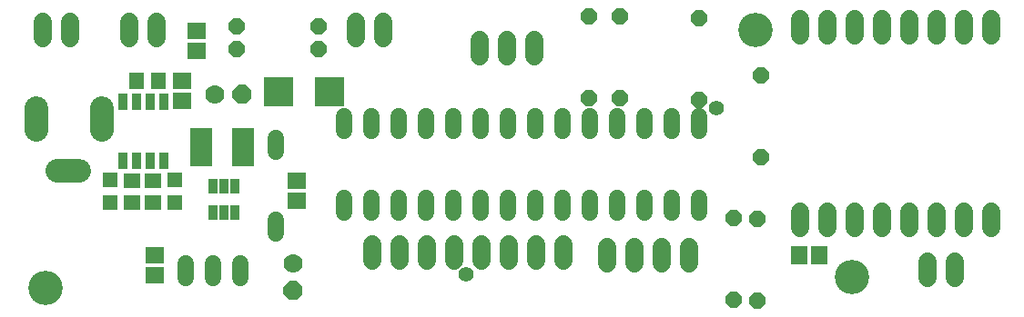
<source format=gbr>
G04 EAGLE Gerber RS-274X export*
G75*
%MOMM*%
%FSLAX34Y34*%
%LPD*%
%INSoldermask Bottom*%
%IPPOS*%
%AMOC8*
5,1,8,0,0,1.08239X$1,22.5*%
G01*
%ADD10C,3.203200*%
%ADD11C,2.203200*%
%ADD12C,1.727200*%
%ADD13P,1.649562X8X292.500000*%
%ADD14P,1.649562X8X22.500000*%
%ADD15C,1.524000*%
%ADD16R,2.103200X3.603200*%
%ADD17R,0.838200X1.473200*%
%ADD18P,1.924489X8X292.500000*%
%ADD19C,1.778000*%
%ADD20P,1.924489X8X22.500000*%
%ADD21R,1.803200X1.503200*%
%ADD22R,1.403200X1.403200*%
%ADD23R,1.503200X1.403200*%
%ADD24R,1.403200X1.503200*%
%ADD25R,1.703200X1.503200*%
%ADD26R,1.503200X1.703200*%
%ADD27P,1.649562X8X202.500000*%
%ADD28R,2.743200X2.743200*%
%ADD29P,1.649562X8X112.500000*%
%ADD30R,0.903200X1.503200*%
%ADD31C,1.409600*%


D10*
X3130000Y150000D03*
X3880000Y160000D03*
X3790000Y390000D03*
D11*
X3182200Y317400D02*
X3182200Y297400D01*
X3121200Y297400D02*
X3121200Y317400D01*
X3141200Y259400D02*
X3161200Y259400D01*
D12*
X4009100Y220620D02*
X4009100Y205380D01*
X3983700Y205380D02*
X3983700Y220620D01*
X3958300Y220620D02*
X3958300Y205380D01*
X3932900Y205380D02*
X3932900Y220620D01*
X3907500Y220620D02*
X3907500Y205380D01*
X3882100Y205380D02*
X3882100Y220620D01*
X3856700Y220620D02*
X3856700Y205380D01*
X3831300Y205380D02*
X3831300Y220620D01*
X4009100Y385380D02*
X4009100Y400620D01*
X3983700Y400620D02*
X3983700Y385380D01*
X3958300Y385380D02*
X3958300Y400620D01*
X3932900Y400620D02*
X3932900Y385380D01*
X3907500Y385380D02*
X3907500Y400620D01*
X3882100Y400620D02*
X3882100Y385380D01*
X3856700Y385380D02*
X3856700Y400620D01*
X3831300Y400620D02*
X3831300Y385380D01*
D13*
X3795510Y348109D03*
X3795510Y271909D03*
D14*
X3307400Y393900D03*
X3383600Y393900D03*
D15*
X3737900Y309704D02*
X3737900Y296496D01*
X3712500Y296496D02*
X3712500Y309704D01*
X3687100Y309704D02*
X3687100Y296496D01*
X3661700Y296496D02*
X3661700Y309704D01*
X3636300Y309704D02*
X3636300Y296496D01*
X3610900Y296496D02*
X3610900Y309704D01*
X3585500Y309704D02*
X3585500Y296496D01*
X3560100Y296496D02*
X3560100Y309704D01*
X3534700Y309704D02*
X3534700Y296496D01*
X3509300Y296496D02*
X3509300Y309704D01*
X3483900Y309704D02*
X3483900Y296496D01*
X3458500Y296496D02*
X3458500Y309704D01*
X3433100Y309704D02*
X3433100Y296496D01*
X3407700Y296496D02*
X3407700Y309704D01*
X3407700Y233504D02*
X3407700Y220296D01*
X3433100Y220296D02*
X3433100Y233504D01*
X3458500Y233504D02*
X3458500Y220296D01*
X3483900Y220296D02*
X3483900Y233504D01*
X3509300Y233504D02*
X3509300Y220296D01*
X3534700Y220296D02*
X3534700Y233504D01*
X3560100Y233504D02*
X3560100Y220296D01*
X3585500Y220296D02*
X3585500Y233504D01*
X3610900Y233504D02*
X3610900Y220296D01*
X3636300Y220296D02*
X3636300Y233504D01*
X3661700Y233504D02*
X3661700Y220296D01*
X3687100Y220296D02*
X3687100Y233504D01*
X3712500Y233504D02*
X3712500Y220296D01*
X3737900Y220296D02*
X3737900Y233504D01*
D16*
X3313500Y281400D03*
X3274500Y281400D03*
D17*
X3305800Y219800D03*
X3295800Y219800D03*
X3285800Y219800D03*
X3285800Y244800D03*
X3295800Y244800D03*
X3305800Y244800D03*
D18*
X3360000Y147300D03*
D19*
X3360000Y172700D03*
D20*
X3312700Y330000D03*
D19*
X3287300Y330000D03*
D15*
X3344300Y213604D02*
X3344300Y200396D01*
X3344300Y276596D02*
X3344300Y289804D01*
D21*
X3231800Y180800D03*
X3231800Y161800D03*
D22*
X3190000Y229500D03*
X3190000Y250500D03*
X3250000Y229500D03*
X3250000Y250500D03*
D23*
X3210000Y250160D03*
X3210000Y229840D03*
X3230000Y250160D03*
X3230000Y229840D03*
D24*
X3234660Y342900D03*
X3214340Y342900D03*
D25*
X3257100Y324100D03*
X3257100Y343100D03*
X3270100Y389700D03*
X3270100Y370700D03*
D26*
X3830500Y180000D03*
X3849500Y180000D03*
D25*
X3363200Y231100D03*
X3363200Y250100D03*
D13*
X3738100Y401200D03*
X3738100Y325000D03*
D27*
X3383400Y372300D03*
X3307200Y372300D03*
D28*
X3393795Y332500D03*
X3346805Y332500D03*
D12*
X3584700Y365380D02*
X3584700Y380620D01*
X3559300Y380620D02*
X3559300Y365380D01*
X3533900Y365380D02*
X3533900Y380620D01*
D29*
X3635000Y326600D03*
X3635000Y402800D03*
X3664300Y327100D03*
X3664300Y403300D03*
D12*
X3418900Y397720D02*
X3418900Y382480D01*
X3444300Y382480D02*
X3444300Y397720D01*
X3127300Y397620D02*
X3127300Y382380D01*
X3152700Y382380D02*
X3152700Y397620D01*
X3207300Y397620D02*
X3207300Y382380D01*
X3232700Y382380D02*
X3232700Y397620D01*
D30*
X3214550Y268200D03*
X3201850Y268200D03*
X3227250Y268200D03*
X3239950Y268200D03*
X3214550Y323200D03*
X3201850Y323200D03*
X3227250Y323200D03*
X3239950Y323200D03*
D12*
X3611200Y190520D02*
X3611200Y175280D01*
X3585800Y175280D02*
X3585800Y190520D01*
X3560400Y190520D02*
X3560400Y175280D01*
X3535000Y175280D02*
X3535000Y190520D01*
X3509600Y190520D02*
X3509600Y175280D01*
X3484200Y175280D02*
X3484200Y190520D01*
X3458800Y190520D02*
X3458800Y175280D01*
X3433400Y175280D02*
X3433400Y190520D01*
D15*
X3311100Y172614D02*
X3311100Y159406D01*
X3260300Y159406D02*
X3260300Y172614D01*
X3285700Y172614D02*
X3285700Y159406D01*
D12*
X3950100Y159080D02*
X3950100Y174320D01*
X3975500Y174320D02*
X3975500Y159080D01*
D29*
X3792300Y138100D03*
X3792300Y214300D03*
X3770000Y138900D03*
X3770000Y215100D03*
D12*
X3702700Y187620D02*
X3702700Y172380D01*
X3677300Y172380D02*
X3677300Y187620D01*
X3651900Y187620D02*
X3651900Y172380D01*
X3728100Y172380D02*
X3728100Y187620D01*
D31*
X3521400Y162500D03*
X3753800Y317400D03*
M02*

</source>
